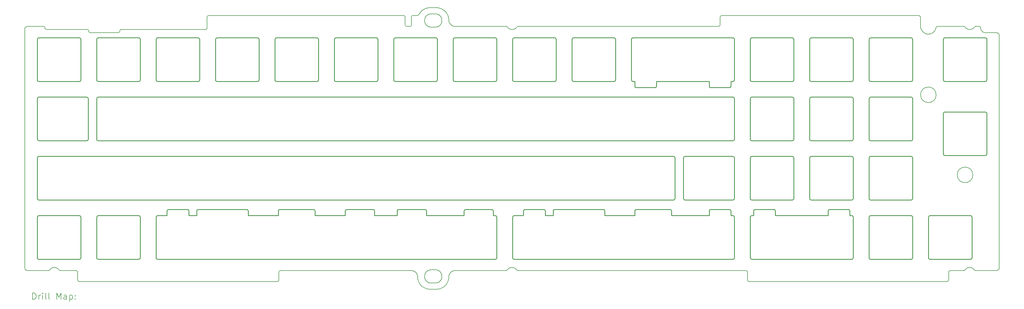
<source format=gbr>
%TF.GenerationSoftware,KiCad,Pcbnew,8.0.4-1.fc39*%
%TF.CreationDate,2024-09-17T18:34:36-04:00*%
%TF.ProjectId,Q9-Chimera-Plate,51392d43-6869-46d6-9572-612d506c6174,rev?*%
%TF.SameCoordinates,Original*%
%TF.FileFunction,Drillmap*%
%TF.FilePolarity,Positive*%
%FSLAX45Y45*%
G04 Gerber Fmt 4.5, Leading zero omitted, Abs format (unit mm)*
G04 Created by KiCad (PCBNEW 8.0.4-1.fc39) date 2024-09-17 18:34:36*
%MOMM*%
%LPD*%
G01*
G04 APERTURE LIST*
%ADD10C,0.250000*%
%ADD11C,0.200000*%
G04 APERTURE END LIST*
D10*
X28501083Y-9244442D02*
X28493844Y-9270369D01*
X28474915Y-9288408D01*
X28451083Y-9294442D01*
X26487386Y-11704444D02*
X26487386Y-11554444D01*
X21436057Y-5989443D02*
X22736057Y-5989443D01*
D11*
X6346683Y-5621944D02*
X5846683Y-5621944D01*
D10*
X17626083Y-13104444D02*
X10006083Y-13104444D01*
D11*
X13946683Y-13471944D02*
X18146683Y-13471944D01*
D10*
X27692384Y-7389443D02*
X27692384Y-7539443D01*
D11*
X18096683Y-5621944D02*
X17996683Y-5621944D01*
D10*
X17626083Y-13104444D02*
X20831083Y-13104444D01*
X15007385Y-11504444D02*
X13924785Y-11504404D01*
X6146057Y-11149444D02*
X6146057Y-9849444D01*
D11*
X13896683Y-13771944D02*
X13896683Y-13521944D01*
X19546683Y-5621942D02*
X19526309Y-5620905D01*
X19506507Y-5617860D01*
X19478099Y-5609755D01*
X19451553Y-5597711D01*
X19427216Y-5582075D01*
X19405433Y-5563192D01*
X19386550Y-5541409D01*
X19370914Y-5517072D01*
X19358870Y-5490526D01*
X19350765Y-5462118D01*
X19347720Y-5442316D01*
X19346683Y-5421942D01*
D10*
X28342384Y-7589443D02*
X28368311Y-7582204D01*
X28386350Y-7563276D01*
X28392384Y-7539443D01*
D11*
X34713991Y-5871825D02*
X34688721Y-5869729D01*
X34664294Y-5865076D01*
X34640820Y-5858010D01*
X34618405Y-5848674D01*
X34597160Y-5837210D01*
X34577193Y-5823761D01*
X34558611Y-5808471D01*
X34541525Y-5791482D01*
X34526042Y-5772936D01*
X34512271Y-5752978D01*
X34500321Y-5731749D01*
X34490300Y-5709393D01*
X34482317Y-5686053D01*
X34476481Y-5661871D01*
X34472899Y-5636990D01*
X34471681Y-5611553D01*
D10*
X9401057Y-5989443D02*
X9426984Y-5996682D01*
X9445022Y-6015610D01*
X9451057Y-6039443D01*
D11*
X18571683Y-5446944D02*
X18572720Y-5467317D01*
X18575765Y-5487119D01*
X18583870Y-5515527D01*
X18595914Y-5542073D01*
X18611550Y-5566411D01*
X18630433Y-5588194D01*
X18652216Y-5607076D01*
X18676553Y-5622713D01*
X18703099Y-5634756D01*
X18731507Y-5642862D01*
X18751309Y-5645906D01*
X18771683Y-5646944D01*
X18921683Y-13446942D02*
X18942056Y-13447980D01*
X18961858Y-13451024D01*
X18990266Y-13459129D01*
X19016812Y-13471173D01*
X19041149Y-13486810D01*
X19062933Y-13505692D01*
X19081815Y-13527475D01*
X19097452Y-13551813D01*
X19109495Y-13578359D01*
X19117601Y-13606767D01*
X19120645Y-13626569D01*
X19121683Y-13646942D01*
D10*
X26004784Y-7389443D02*
X26046501Y-7389443D01*
X26077298Y-7389443D01*
X26115512Y-7389443D01*
X26160525Y-7389443D01*
X26211717Y-7389443D01*
X26268472Y-7389443D01*
X26330171Y-7389443D01*
X26396195Y-7389443D01*
X26465928Y-7389443D01*
X26538751Y-7389443D01*
X26614047Y-7389443D01*
X26691196Y-7389443D01*
X26769581Y-7389443D01*
X26848584Y-7389443D01*
X26927588Y-7389443D01*
X27005973Y-7389443D01*
X27083122Y-7389443D01*
X27158417Y-7389443D01*
X27231240Y-7389443D01*
X27300973Y-7389443D01*
X27366998Y-7389443D01*
X27428697Y-7389443D01*
X27485451Y-7389443D01*
X27536644Y-7389443D01*
X27581656Y-7389443D01*
X27619870Y-7389443D01*
X27650668Y-7389443D01*
X27687543Y-7389443D01*
X27692384Y-7389443D01*
X36597308Y-7339443D02*
X36590069Y-7365370D01*
X36571141Y-7383408D01*
X36547308Y-7389443D01*
X6146083Y-7944444D02*
X6154552Y-7918517D01*
X6174250Y-7901682D01*
X6198604Y-7894702D01*
X6204586Y-7894444D01*
X32866058Y-9294443D02*
X32840131Y-9287205D01*
X32822093Y-9268276D01*
X32816058Y-9244443D01*
D11*
X35857950Y-5621944D02*
X35017398Y-5621945D01*
D10*
X24341074Y-11704404D02*
X25304772Y-11704444D01*
X30961057Y-7389443D02*
X30935131Y-7382204D01*
X30917092Y-7363276D01*
X30911057Y-7339443D01*
X15671057Y-6039443D02*
X15678296Y-6013516D01*
X15697224Y-5995478D01*
X15721057Y-5989443D01*
X16021057Y-11554404D02*
X16021057Y-11704404D01*
X9451057Y-7339443D02*
X9443818Y-7365370D01*
X9424890Y-7383408D01*
X9401057Y-7389443D01*
X15721057Y-5989443D02*
X17021058Y-5989443D01*
X16912385Y-11504404D02*
X16071057Y-11504404D01*
X34166058Y-13104444D02*
X32866058Y-13104444D01*
D11*
X19346683Y-5421942D02*
X19346683Y-5421942D01*
D10*
X32816058Y-6039443D02*
X32823297Y-6013516D01*
X32842225Y-5995478D01*
X32866058Y-5989443D01*
X11356057Y-6039443D02*
X11356057Y-7339443D01*
X15057385Y-11704444D02*
X15057385Y-11554444D01*
X36547308Y-9770693D02*
X35247308Y-9770693D01*
X6196057Y-9799444D02*
X26546057Y-9799444D01*
X36121056Y-13054444D02*
X36113817Y-13080371D01*
X36094889Y-13098409D01*
X36071056Y-13104444D01*
X30961055Y-11199443D02*
X30935129Y-11192204D01*
X30917090Y-11173276D01*
X30911055Y-11149443D01*
D11*
X36189901Y-5651756D02*
X36178313Y-5669932D01*
X36161803Y-5686055D01*
X36141003Y-5699704D01*
X36121697Y-5708560D01*
X36100373Y-5715347D01*
X36077352Y-5719852D01*
X36052958Y-5721858D01*
X36046683Y-5721944D01*
D10*
X7496057Y-5989443D02*
X7521984Y-5996682D01*
X7540022Y-6015610D01*
X7546057Y-6039443D01*
D11*
X28971683Y-13821944D02*
X35321683Y-13821944D01*
D10*
X28451070Y-11704444D02*
X28392372Y-11704444D01*
X30406057Y-7944443D02*
X30406057Y-9244443D01*
X7546083Y-13054444D02*
X7538845Y-13080370D01*
X7519916Y-13098409D01*
X7496083Y-13104444D01*
X22688574Y-11554404D02*
X22688574Y-11704404D01*
X30961057Y-7894443D02*
X32261057Y-7894443D01*
X35247308Y-8370693D02*
X36547308Y-8370693D01*
X17576057Y-7339443D02*
X17576057Y-6039443D01*
X32202358Y-11704404D02*
X32202358Y-11554404D01*
X30406055Y-9849443D02*
X30406055Y-11149443D01*
D11*
X6885415Y-13471944D02*
X7396683Y-13471944D01*
X36896683Y-13471944D02*
X36916836Y-13469912D01*
X36940037Y-13462083D01*
X36960292Y-13449108D01*
X36976816Y-13431775D01*
X36988824Y-13410868D01*
X36995530Y-13387173D01*
X36996683Y-13371944D01*
D10*
X20881083Y-11754444D02*
X20873845Y-11728517D01*
X20854916Y-11710478D01*
X20831083Y-11704444D01*
X8051083Y-11754444D02*
X8058321Y-11728517D01*
X8077250Y-11710478D01*
X8101083Y-11704444D01*
D11*
X21228459Y-5651751D02*
X21215647Y-5634445D01*
X21197372Y-5624081D01*
X21183122Y-5621944D01*
D10*
X16021057Y-11704404D02*
X15057385Y-11704444D01*
X32261057Y-9294443D02*
X30961057Y-9294443D01*
D11*
X35421683Y-13471944D02*
X35857950Y-13471943D01*
D10*
X26862982Y-9849443D02*
X26871452Y-9823516D01*
X26891149Y-9806682D01*
X26915504Y-9799701D01*
X26921485Y-9799443D01*
X28392372Y-11554444D02*
X28385133Y-11528517D01*
X28366205Y-11510478D01*
X28342372Y-11504444D01*
D11*
X36396683Y-5671944D02*
X36396683Y-5671944D01*
D10*
X29006057Y-6039443D02*
X29013296Y-6013516D01*
X29032224Y-5995478D01*
X29056057Y-5989443D01*
X30911057Y-6039443D02*
X30918296Y-6013516D01*
X30937224Y-5995478D01*
X30961057Y-5989443D01*
X9401083Y-13104444D02*
X8101083Y-13104444D01*
X29056057Y-7389443D02*
X29030130Y-7382204D01*
X29012092Y-7363276D01*
X29006057Y-7339443D01*
X20831083Y-13104444D02*
X20857010Y-13097205D01*
X20875049Y-13078277D01*
X20881083Y-13054444D01*
X36071056Y-13104444D02*
X34771056Y-13104444D01*
X28451083Y-9294442D02*
X8101083Y-9294442D01*
X34216057Y-11149443D02*
X34208818Y-11175370D01*
X34189889Y-11193408D01*
X34166057Y-11199443D01*
X34216058Y-7339443D02*
X34208819Y-7365370D01*
X34189891Y-7383408D01*
X34166058Y-7389443D01*
X34166058Y-9294443D02*
X32866058Y-9294443D01*
X28451082Y-7389443D02*
X28477009Y-7382204D01*
X28495048Y-7363276D01*
X28501082Y-7339443D01*
X28501082Y-9849443D02*
X28501082Y-11149443D01*
X8101083Y-9294442D02*
X8075156Y-9287204D01*
X8057117Y-9268275D01*
X8051083Y-9244442D01*
D11*
X8796683Y-5771944D02*
X8796683Y-5771944D01*
D10*
X34721056Y-11754444D02*
X34728295Y-11728517D01*
X34747223Y-11710479D01*
X34771056Y-11704444D01*
X35197308Y-8420693D02*
X35204547Y-8394766D01*
X35223475Y-8376728D01*
X35247308Y-8370693D01*
D11*
X34410445Y-5271944D02*
X28107920Y-5271944D01*
D10*
X16071057Y-11504404D02*
X16045131Y-11511643D01*
X16027092Y-11530571D01*
X16021057Y-11554404D01*
X30911057Y-7944443D02*
X30918296Y-7918516D01*
X30937224Y-7900478D01*
X30961057Y-7894443D01*
X24691058Y-6039443D02*
X24691058Y-7339443D01*
X26004784Y-7539443D02*
X26004784Y-7389443D01*
D11*
X18146683Y-13471944D02*
X18167056Y-13472981D01*
X18186859Y-13476026D01*
X18215266Y-13484131D01*
X18241812Y-13496175D01*
X18266150Y-13511811D01*
X18287933Y-13530694D01*
X18306815Y-13552477D01*
X18322452Y-13576814D01*
X18334495Y-13603360D01*
X18342601Y-13631768D01*
X18345645Y-13651570D01*
X18346683Y-13671943D01*
X17946683Y-5571944D02*
X17946683Y-5321944D01*
X28107920Y-5271944D02*
X28086920Y-5275675D01*
X28069025Y-5285973D01*
X28055581Y-5301489D01*
X28047932Y-5320880D01*
X28046683Y-5333181D01*
D10*
X32261057Y-5989443D02*
X32286984Y-5996682D01*
X32305023Y-6015610D01*
X32311057Y-6039443D01*
X9956057Y-6039443D02*
X9963296Y-6013516D01*
X9982224Y-5995478D01*
X10006057Y-5989443D01*
X6196083Y-13104444D02*
X6170156Y-13097205D01*
X6152118Y-13078277D01*
X6146083Y-13054444D01*
X25196082Y-7339443D02*
X25203321Y-7365370D01*
X25222249Y-7383408D01*
X25246082Y-7389443D01*
D11*
X27985445Y-5621944D02*
X21560415Y-5621944D01*
X19121683Y-13646942D02*
X19121683Y-13671942D01*
D10*
X28451082Y-5989443D02*
X25246082Y-5989443D01*
X27692372Y-11554444D02*
X27692372Y-11704444D01*
X28392384Y-7539443D02*
X28392384Y-7389443D01*
D11*
X19346683Y-5421942D02*
X19346160Y-5401438D01*
X19344607Y-5381195D01*
X19342052Y-5361237D01*
X19334033Y-5322281D01*
X19322308Y-5284775D01*
X19307082Y-5248924D01*
X19288561Y-5214934D01*
X19266948Y-5183009D01*
X19242450Y-5153354D01*
X19215271Y-5126175D01*
X19185616Y-5101677D01*
X19153691Y-5080064D01*
X19119701Y-5061543D01*
X19083850Y-5046317D01*
X19046344Y-5034592D01*
X19007388Y-5026573D01*
X18987430Y-5024018D01*
X18967187Y-5022465D01*
X18946683Y-5021942D01*
D10*
X24291074Y-11504404D02*
X22738574Y-11504404D01*
X30961055Y-9799443D02*
X32261055Y-9799443D01*
X28501083Y-7944442D02*
X28501083Y-9244442D01*
D11*
X21371683Y-13371944D02*
X21396370Y-13373292D01*
X21419766Y-13377192D01*
X21441545Y-13383429D01*
X21461387Y-13391788D01*
X21478966Y-13402054D01*
X21497268Y-13417239D01*
X21510901Y-13434646D01*
X21514906Y-13442136D01*
D10*
X15671057Y-7339443D02*
X15671057Y-6039443D01*
X29814758Y-11554404D02*
X29807519Y-11528477D01*
X29788591Y-11510439D01*
X29764758Y-11504404D01*
X34166057Y-11199443D02*
X32866056Y-11199443D01*
X32866058Y-11704444D02*
X34166058Y-11704444D01*
D11*
X18146683Y-5571944D02*
X18141733Y-5593571D01*
X18128440Y-5610489D01*
X18109140Y-5620362D01*
X18096683Y-5621944D01*
D10*
X9956083Y-13054444D02*
X9956083Y-11754444D01*
X29056055Y-9799443D02*
X30356055Y-9799443D01*
X9451083Y-13054444D02*
X9443844Y-13080370D01*
X9424916Y-13098409D01*
X9401083Y-13104444D01*
X29814758Y-11704404D02*
X29814758Y-11554404D01*
X6196057Y-11199444D02*
X6170131Y-11192205D01*
X6152092Y-11173277D01*
X6146057Y-11149444D01*
X21436057Y-7389443D02*
X21410130Y-7382204D01*
X21392092Y-7363276D01*
X21386057Y-7339443D01*
X7546057Y-6039443D02*
X7546057Y-7339443D01*
X36547308Y-8370693D02*
X36573235Y-8377932D01*
X36591273Y-8396860D01*
X36597308Y-8420693D01*
D11*
X13846683Y-13821944D02*
X13868310Y-13816994D01*
X13885228Y-13803701D01*
X13895101Y-13784401D01*
X13896683Y-13771944D01*
D10*
X18926057Y-5989443D02*
X18951984Y-5996682D01*
X18970022Y-6015610D01*
X18976057Y-6039443D01*
X32311057Y-6039443D02*
X32311057Y-7339443D01*
X8051057Y-7339443D02*
X8051057Y-6039443D01*
X32866056Y-9799443D02*
X34166057Y-9799443D01*
X32261055Y-9799443D02*
X32286982Y-9806682D01*
X32305021Y-9825610D01*
X32311055Y-9849443D01*
X22736057Y-5989443D02*
X22761984Y-5996682D01*
X22780022Y-6015610D01*
X22786057Y-6039443D01*
X24641058Y-5989443D02*
X24666985Y-5996682D01*
X24685023Y-6015610D01*
X24691058Y-6039443D01*
X35247308Y-5989443D02*
X36547308Y-5989443D01*
D11*
X21182950Y-13471944D02*
X21203832Y-13467237D01*
X21220594Y-13454353D01*
X21228459Y-13442137D01*
D10*
X11306057Y-5989443D02*
X11331984Y-5996682D01*
X11350022Y-6015610D01*
X11356057Y-6039443D01*
X28392384Y-7389443D02*
X28451082Y-7389443D01*
X25954784Y-7589443D02*
X25980711Y-7582204D01*
X25998750Y-7563276D01*
X26004784Y-7539443D01*
X32311055Y-9849443D02*
X32311055Y-11149443D01*
X17071058Y-7339443D02*
X17063819Y-7365370D01*
X17044890Y-7383408D01*
X17021058Y-7389443D01*
D11*
X13896683Y-13521944D02*
X13901633Y-13500316D01*
X13914925Y-13483398D01*
X13934225Y-13473525D01*
X13946683Y-13471944D01*
D10*
X15116056Y-5989443D02*
X15141983Y-5996682D01*
X15160022Y-6015610D01*
X15166056Y-6039443D01*
D11*
X11596683Y-5671944D02*
X11596683Y-5671944D01*
D10*
X29006057Y-7944443D02*
X29013296Y-7918516D01*
X29032224Y-7900478D01*
X29056057Y-7894443D01*
X10306085Y-11554404D02*
X10306085Y-11704404D01*
X23291058Y-7339443D02*
X23291058Y-6039443D01*
D11*
X21560415Y-5621944D02*
X21539531Y-5626651D01*
X21522769Y-5639536D01*
X21514903Y-5651754D01*
D10*
X21786083Y-11504444D02*
X22386083Y-11504444D01*
X9401083Y-11704444D02*
X9427010Y-11711682D01*
X9445048Y-11730611D01*
X9451083Y-11754444D01*
X21386057Y-6039443D02*
X21393296Y-6013516D01*
X21412224Y-5995478D01*
X21436057Y-5989443D01*
X35197308Y-9720693D02*
X35197308Y-8420693D01*
D11*
X5746683Y-13371944D02*
X5748714Y-13392097D01*
X5756544Y-13415298D01*
X5769518Y-13435553D01*
X5786851Y-13452077D01*
X5807758Y-13464085D01*
X5831454Y-13470791D01*
X5846683Y-13471944D01*
D10*
X21386083Y-13054444D02*
X21386083Y-11754444D01*
X20831057Y-5989443D02*
X20856984Y-5996682D01*
X20875022Y-6015610D01*
X20881057Y-6039443D01*
X28442578Y-9799443D02*
X28467942Y-9804374D01*
X28489459Y-9819527D01*
X28500780Y-9844331D01*
X28501082Y-9849443D01*
D11*
X28046683Y-5333181D02*
X28046683Y-5560707D01*
X36996683Y-13371944D02*
X36996683Y-5921944D01*
X18771683Y-5221944D02*
X18751309Y-5222981D01*
X18731507Y-5226026D01*
X18703099Y-5234131D01*
X18676553Y-5246175D01*
X18652216Y-5261811D01*
X18630433Y-5280694D01*
X18611550Y-5302477D01*
X18595914Y-5326814D01*
X18583870Y-5353360D01*
X18575765Y-5381768D01*
X18572720Y-5401570D01*
X18571683Y-5421944D01*
D10*
X21436083Y-11704444D02*
X21736083Y-11704444D01*
X34166058Y-7389443D02*
X32866058Y-7389443D01*
X34166058Y-7894443D02*
X34191985Y-7901682D01*
X34210023Y-7920610D01*
X34216058Y-7944443D01*
X30406057Y-9244443D02*
X30398818Y-9270370D01*
X30379890Y-9288408D01*
X30356057Y-9294443D01*
D11*
X6553461Y-13442135D02*
X6565049Y-13423958D01*
X6581559Y-13407834D01*
X6602360Y-13394184D01*
X6621666Y-13385328D01*
X6642991Y-13378540D01*
X6666012Y-13374036D01*
X6690407Y-13372030D01*
X6696683Y-13371944D01*
X6396683Y-5671944D02*
X6391732Y-5650316D01*
X6378440Y-5633398D01*
X6359140Y-5623525D01*
X6346683Y-5621944D01*
D10*
X18626083Y-11554444D02*
X18618845Y-11528517D01*
X18599916Y-11510478D01*
X18576083Y-11504444D01*
X7496083Y-13104444D02*
X6196083Y-13104444D01*
D11*
X6507950Y-13471944D02*
X6528833Y-13467237D01*
X6545595Y-13454352D01*
X6553461Y-13442135D01*
D10*
X6196057Y-7389443D02*
X6170130Y-7382204D01*
X6152092Y-7363276D01*
X6146057Y-7339443D01*
X30911057Y-9244443D02*
X30911057Y-7944443D01*
X7546057Y-7339443D02*
X7538818Y-7365370D01*
X7519890Y-7383408D01*
X7496057Y-7389443D01*
X15057385Y-11554444D02*
X15050146Y-11528517D01*
X15031218Y-11510478D01*
X15007385Y-11504444D01*
D11*
X7446683Y-13521944D02*
X7446683Y-13771944D01*
X11596683Y-5321944D02*
X11596683Y-5671944D01*
D10*
X29056055Y-11199443D02*
X29030129Y-11192204D01*
X29012090Y-11173276D01*
X29006055Y-11149443D01*
X25354772Y-11504444D02*
X25328845Y-11511682D01*
X25310807Y-11530611D01*
X25304772Y-11554444D01*
D11*
X18571683Y-13671942D02*
X18571683Y-13646942D01*
D10*
X22436083Y-11554444D02*
X22436083Y-11704444D01*
X29006055Y-11149443D02*
X29006055Y-9849443D01*
D11*
X21514903Y-5651754D02*
X21503314Y-5669931D01*
X21486804Y-5686054D01*
X21466004Y-5699704D01*
X21446698Y-5708559D01*
X21425374Y-5715347D01*
X21402352Y-5719852D01*
X21377958Y-5721858D01*
X21371683Y-5721944D01*
D10*
X22436083Y-11704444D02*
X22688574Y-11704404D01*
X15166056Y-6039443D02*
X15166056Y-7339443D01*
X32311056Y-11754404D02*
X32303817Y-11728477D01*
X32284889Y-11710439D01*
X32261056Y-11704404D01*
D11*
X36546682Y-5821944D02*
X36523918Y-5820207D01*
X36502204Y-5815171D01*
X36481801Y-5807094D01*
X36462967Y-5796236D01*
X36445962Y-5782856D01*
X36431046Y-5767215D01*
X36418478Y-5749572D01*
X36408519Y-5730186D01*
X36401426Y-5709317D01*
X36397461Y-5687224D01*
X36396683Y-5671944D01*
D10*
X36597308Y-9720693D02*
X36590069Y-9746620D01*
X36571141Y-9764658D01*
X36547308Y-9770693D01*
X6146083Y-11754444D02*
X6153322Y-11728517D01*
X6172250Y-11710478D01*
X6196083Y-11704444D01*
X17734785Y-11504444D02*
X17708859Y-11511682D01*
X17690820Y-11530611D01*
X17684785Y-11554444D01*
D11*
X18771683Y-13871942D02*
X18751309Y-13870905D01*
X18731507Y-13867860D01*
X18703099Y-13859755D01*
X18676553Y-13847711D01*
X18652216Y-13832075D01*
X18630433Y-13813192D01*
X18611550Y-13791409D01*
X18595914Y-13767072D01*
X18583870Y-13740526D01*
X18575765Y-13712118D01*
X18572720Y-13692316D01*
X18571683Y-13671942D01*
D10*
X17576057Y-6039443D02*
X17583296Y-6013516D01*
X17602224Y-5995478D01*
X17626057Y-5989443D01*
X25354784Y-7589443D02*
X25954784Y-7589443D01*
X17021058Y-7389443D02*
X15721057Y-7389443D01*
D11*
X18921683Y-5646944D02*
X18942056Y-5645906D01*
X18961858Y-5642862D01*
X18990266Y-5634756D01*
X19016812Y-5622713D01*
X19041149Y-5607076D01*
X19062933Y-5588194D01*
X19081815Y-5566411D01*
X19097452Y-5542073D01*
X19109495Y-5515527D01*
X19117601Y-5487119D01*
X19120645Y-5467317D01*
X19121683Y-5446944D01*
D10*
X29006057Y-9244443D02*
X29006057Y-7944443D01*
D11*
X28046683Y-5560707D02*
X28042951Y-5581706D01*
X28032654Y-5599601D01*
X28017137Y-5613046D01*
X27997747Y-5620694D01*
X27985445Y-5621944D01*
D10*
X32202358Y-11554404D02*
X32195119Y-11528477D01*
X32176191Y-11510439D01*
X32152358Y-11504404D01*
D11*
X36046683Y-13371944D02*
X36071369Y-13373291D01*
X36094764Y-13377191D01*
X36116543Y-13383428D01*
X36136383Y-13391787D01*
X36153962Y-13402052D01*
X36172263Y-13417235D01*
X36185896Y-13434641D01*
X36189901Y-13442131D01*
D10*
X6196083Y-11704444D02*
X7496083Y-11704444D01*
D11*
X8846683Y-5721944D02*
X8825055Y-5726894D01*
X8808137Y-5740186D01*
X8798264Y-5759486D01*
X8796683Y-5771944D01*
D10*
X23291058Y-6039443D02*
X23298297Y-6013516D01*
X23317225Y-5995478D01*
X23341058Y-5989443D01*
X22738574Y-11504404D02*
X22712647Y-11511643D01*
X22694609Y-11530571D01*
X22688574Y-11554404D01*
X22786057Y-7339443D02*
X22778818Y-7365370D01*
X22759890Y-7383408D01*
X22736057Y-7389443D01*
X28501082Y-11149443D02*
X28492612Y-11175370D01*
X28472914Y-11192204D01*
X28448560Y-11199185D01*
X28442578Y-11199443D01*
X7496083Y-11704444D02*
X7522010Y-11711682D01*
X7540049Y-11730611D01*
X7546083Y-11754444D01*
X36547308Y-7389443D02*
X35247308Y-7389443D01*
D11*
X18342944Y-5271911D02*
X18196672Y-5271944D01*
D10*
X32866056Y-11199443D02*
X32840130Y-11192204D01*
X32822091Y-11173276D01*
X32816056Y-11149443D01*
X12861083Y-11504404D02*
X12887010Y-11511643D01*
X12905048Y-11530571D01*
X12911083Y-11554404D01*
D11*
X36996683Y-5921944D02*
X36994642Y-5901856D01*
X36986783Y-5878689D01*
X36973774Y-5858429D01*
X36956416Y-5841877D01*
X36935511Y-5829834D01*
X36911859Y-5823101D01*
X36896683Y-5821944D01*
D10*
X10956085Y-11504404D02*
X10356085Y-11504404D01*
D11*
X18346683Y-13671943D02*
X18346683Y-13671944D01*
D10*
X34216057Y-9849443D02*
X34216057Y-11149443D01*
X25304784Y-7539443D02*
X25312023Y-7565370D01*
X25330951Y-7583408D01*
X25354784Y-7589443D01*
X6146083Y-13054444D02*
X6146083Y-11754444D01*
X24641058Y-7389443D02*
X23341058Y-7389443D01*
X18926057Y-7389443D02*
X17626057Y-7389443D01*
X12911083Y-11704443D02*
X13816083Y-11704404D01*
X17626057Y-5989443D02*
X18926057Y-5989443D01*
D11*
X18746682Y-5021942D02*
X18717575Y-5022998D01*
X18689016Y-5026117D01*
X18661080Y-5031225D01*
X18633841Y-5038248D01*
X18607372Y-5047112D01*
X18581748Y-5057744D01*
X18557043Y-5070068D01*
X18533329Y-5084012D01*
X18510682Y-5099501D01*
X18489176Y-5116462D01*
X18468883Y-5134821D01*
X18449878Y-5154503D01*
X18432236Y-5175435D01*
X18416030Y-5197542D01*
X18401333Y-5220752D01*
X18388221Y-5244990D01*
X18196672Y-5271944D02*
X18175049Y-5276897D01*
X18158135Y-5290191D01*
X18148263Y-5309488D01*
X18146683Y-5321944D01*
X35371683Y-13771944D02*
X35371683Y-13521944D01*
D10*
X10006057Y-5989443D02*
X11306057Y-5989443D01*
X30911055Y-9849443D02*
X30918294Y-9823516D01*
X30937222Y-9805478D01*
X30961055Y-9799443D01*
X29006055Y-9849443D02*
X29013294Y-9823516D01*
X29032222Y-9805478D01*
X29056055Y-9799443D01*
D11*
X18771683Y-13446942D02*
X18921683Y-13446942D01*
D10*
X32261057Y-7389443D02*
X30961057Y-7389443D01*
X26921485Y-11199443D02*
X26896122Y-11194513D01*
X26874604Y-11179359D01*
X26863284Y-11154555D01*
X26862982Y-11149443D01*
D11*
X11596683Y-5671944D02*
X11591732Y-5693571D01*
X11578440Y-5710489D01*
X11559140Y-5720362D01*
X11546683Y-5721944D01*
X8746683Y-5821944D02*
X7846682Y-5821944D01*
X28871683Y-13471944D02*
X28893310Y-13476894D01*
X28910228Y-13490186D01*
X28920101Y-13509486D01*
X28921683Y-13521944D01*
D10*
X27692384Y-7539443D02*
X27699623Y-7565370D01*
X27718551Y-7583408D01*
X27742384Y-7589443D01*
X34216058Y-7944443D02*
X34216058Y-9244443D01*
D11*
X36346683Y-5621944D02*
X36235415Y-5621944D01*
D10*
X29006057Y-7339443D02*
X29006057Y-6039443D01*
X19831077Y-11704404D02*
X18626083Y-11704444D01*
X10356085Y-11504404D02*
X10330158Y-11511643D01*
X10312120Y-11530571D01*
X10306085Y-11554404D01*
X25246082Y-5989443D02*
X25220155Y-5996682D01*
X25202117Y-6015610D01*
X25196082Y-6039443D01*
X12019785Y-11504444D02*
X12861083Y-11504404D01*
X12019785Y-11504444D02*
X11308584Y-11504404D01*
X11861057Y-6039443D02*
X11868296Y-6013516D01*
X11887224Y-5995478D01*
X11911057Y-5989443D01*
X17021058Y-5989443D02*
X17046984Y-5996682D01*
X17065023Y-6015610D01*
X17071058Y-6039443D01*
X24691058Y-7339443D02*
X24683819Y-7365370D01*
X24664891Y-7383408D01*
X24641058Y-7389443D01*
X32311057Y-7339443D02*
X32303819Y-7365370D01*
X32284890Y-7383408D01*
X32261057Y-7389443D01*
X29164758Y-11504404D02*
X29138831Y-11511643D01*
X29120793Y-11530571D01*
X29114758Y-11554404D01*
D11*
X19346683Y-13671944D02*
X19347720Y-13651570D01*
X19350765Y-13631768D01*
X19358870Y-13603360D01*
X19370914Y-13576814D01*
X19386550Y-13552477D01*
X19405433Y-13530694D01*
X19427216Y-13511811D01*
X19451553Y-13496175D01*
X19478099Y-13484131D01*
X19506507Y-13476026D01*
X19526309Y-13472981D01*
X19546683Y-13471944D01*
D10*
X32311057Y-7944443D02*
X32311057Y-9244443D01*
X17684786Y-11704444D02*
X17626083Y-11704444D01*
X20881057Y-7339443D02*
X20873818Y-7365370D01*
X20854890Y-7383408D01*
X20831057Y-7389443D01*
X6146057Y-9849444D02*
X6153296Y-9823517D01*
X6172224Y-9805478D01*
X6196057Y-9799444D01*
D11*
X17946683Y-5321944D02*
X17941733Y-5300316D01*
X17928440Y-5283398D01*
X17909140Y-5273525D01*
X17896683Y-5271944D01*
D10*
X35197308Y-7339443D02*
X35197308Y-6039443D01*
X29006056Y-11754404D02*
X29006056Y-13054404D01*
D11*
X34971683Y-7821944D02*
G75*
G02*
X34471683Y-7821944I-250000J0D01*
G01*
X34471683Y-7821944D02*
G75*
G02*
X34971683Y-7821944I250000J0D01*
G01*
D10*
X8051057Y-6039443D02*
X8058295Y-6013516D01*
X8077224Y-5995478D01*
X8101057Y-5989443D01*
X15721057Y-7389443D02*
X15695131Y-7382204D01*
X15677092Y-7363276D01*
X15671057Y-7339443D01*
X15166056Y-7339443D02*
X15158818Y-7365370D01*
X15139889Y-7383408D01*
X15116056Y-7389443D01*
X34166057Y-9799443D02*
X34191983Y-9806682D01*
X34210022Y-9825610D01*
X34216057Y-9849443D01*
X22386083Y-11504444D02*
X22412010Y-11511682D01*
X22430048Y-11530611D01*
X22436083Y-11554444D01*
X30406057Y-6039443D02*
X30406057Y-7339443D01*
D11*
X8796683Y-5771944D02*
X8791733Y-5793571D01*
X8778440Y-5810489D01*
X8759140Y-5820362D01*
X8746683Y-5821944D01*
D10*
X10006057Y-7389443D02*
X9980130Y-7382204D01*
X9962092Y-7363276D01*
X9956057Y-7339443D01*
X30911055Y-11149443D02*
X30911055Y-9849443D01*
X32261055Y-11199443D02*
X30961055Y-11199443D01*
X32261057Y-7894443D02*
X32286984Y-7901682D01*
X32305022Y-7920610D01*
X32311057Y-7944443D01*
X10006083Y-13104444D02*
X9980156Y-13097205D01*
X9962118Y-13078277D01*
X9956083Y-13054444D01*
D11*
X7846682Y-5821944D02*
X7825055Y-5816994D01*
X7808137Y-5803701D01*
X7798264Y-5784401D01*
X7796683Y-5771944D01*
D10*
X23341058Y-5989443D02*
X24641058Y-5989443D01*
X13924785Y-11504404D02*
X13898858Y-11511643D01*
X13880820Y-11530571D01*
X13874785Y-11554404D01*
X13766056Y-7339443D02*
X13766056Y-6039443D01*
X32261056Y-13104404D02*
X32286983Y-13097166D01*
X32305021Y-13078237D01*
X32311056Y-13054404D01*
X34166058Y-5989443D02*
X34191985Y-5996682D01*
X34210023Y-6015610D01*
X34216058Y-6039443D01*
X27692372Y-11704444D02*
X26487386Y-11704444D01*
X24341074Y-11554404D02*
X24333835Y-11528477D01*
X24314906Y-11510439D01*
X24291074Y-11504404D01*
X6146083Y-9244444D02*
X6146083Y-7944444D01*
X30911057Y-7339443D02*
X30911057Y-6039443D01*
D11*
X18921683Y-13871942D02*
X18771683Y-13871942D01*
D10*
X35197308Y-6039443D02*
X35204547Y-6013516D01*
X35223475Y-5995478D01*
X35247308Y-5989443D01*
X20881083Y-13054444D02*
X20881083Y-11754444D01*
X28342372Y-11504444D02*
X27742372Y-11504444D01*
X32816058Y-9244443D02*
X32816058Y-7944443D01*
X11006085Y-11704404D02*
X11258584Y-11704404D01*
D11*
X19546683Y-13471944D02*
X21182950Y-13471944D01*
D10*
X25246082Y-7389443D02*
X25304785Y-7389443D01*
X20722385Y-11504444D02*
X19881077Y-11504404D01*
X32261056Y-11704404D02*
X32202358Y-11704404D01*
X7784183Y-7944444D02*
X7784183Y-9244444D01*
X28451070Y-13104444D02*
X28476997Y-13097205D01*
X28495035Y-13078277D01*
X28501070Y-13054444D01*
X32816058Y-7944443D02*
X32823297Y-7918516D01*
X32842225Y-7900478D01*
X32866058Y-7894443D01*
X36071056Y-11704444D02*
X36096983Y-11711683D01*
X36115021Y-11730611D01*
X36121056Y-11754444D01*
X19531057Y-7389443D02*
X19505130Y-7382204D01*
X19487092Y-7363276D01*
X19481057Y-7339443D01*
D11*
X17996683Y-5621944D02*
X17975055Y-5616994D01*
X17958137Y-5603701D01*
X17948264Y-5584401D01*
X17946683Y-5571944D01*
D10*
X32311055Y-11149443D02*
X32303817Y-11175370D01*
X32284888Y-11193408D01*
X32261055Y-11199443D01*
X6204586Y-7894444D02*
X7725679Y-7894444D01*
D11*
X36896683Y-5821944D02*
X36546682Y-5821944D01*
D10*
X20772385Y-11704444D02*
X20772385Y-11554444D01*
D11*
X36189901Y-13442131D02*
X36202769Y-13459439D01*
X36221136Y-13469805D01*
X36235415Y-13471943D01*
D10*
X32866058Y-7894443D02*
X34166058Y-7894443D01*
X11356057Y-7339443D02*
X11348818Y-7365370D01*
X11329890Y-7383408D01*
X11306057Y-7389443D01*
X17071058Y-6039443D02*
X17071058Y-7339443D01*
D11*
X19346683Y-13671944D02*
X19346683Y-13671944D01*
D10*
X7546083Y-11754444D02*
X7546083Y-13054444D01*
X11006085Y-11554404D02*
X10998846Y-11528477D01*
X10979918Y-11510439D01*
X10956085Y-11504404D01*
X28501082Y-6039443D02*
X28493844Y-6013516D01*
X28474915Y-5995478D01*
X28451082Y-5989443D01*
X11861057Y-7339443D02*
X11861057Y-6039443D01*
D11*
X18746682Y-14071944D02*
X18946683Y-14071944D01*
D10*
X18576083Y-11504444D02*
X17734785Y-11504444D01*
X26862982Y-11149443D02*
X26862982Y-9849443D01*
X36597308Y-8420693D02*
X36597308Y-9720693D01*
X15116056Y-7389443D02*
X13816056Y-7389443D01*
X31502358Y-11554404D02*
X31502358Y-11704404D01*
X30356057Y-7894443D02*
X30381984Y-7901682D01*
X30400022Y-7920610D01*
X30406057Y-7944443D01*
X26596057Y-11149444D02*
X26588819Y-11175371D01*
X26569890Y-11193409D01*
X26546057Y-11199444D01*
X21436083Y-13104444D02*
X21410156Y-13097205D01*
X21392118Y-13078277D01*
X21386083Y-13054444D01*
X25304772Y-11554444D02*
X25304772Y-11583365D01*
X25304772Y-11608597D01*
X25304772Y-11636466D01*
X25304772Y-11663455D01*
X25304772Y-11690601D01*
X25304772Y-11704444D01*
X27742384Y-7589443D02*
X28342384Y-7589443D01*
X19881077Y-11504404D02*
X19855150Y-11511643D01*
X19837112Y-11530571D01*
X19831077Y-11554404D01*
D11*
X11646683Y-5271944D02*
X11625055Y-5276894D01*
X11608137Y-5290186D01*
X11598264Y-5309486D01*
X11596683Y-5321944D01*
D10*
X28451083Y-7894442D02*
X28477009Y-7901681D01*
X28495048Y-7920609D01*
X28501083Y-7944442D01*
X31502358Y-11704404D02*
X29814758Y-11704404D01*
X28392372Y-11704444D02*
X28392372Y-11554444D01*
D11*
X21183122Y-5621944D02*
X21156390Y-5621944D01*
X21123466Y-5621944D01*
X21084812Y-5621944D01*
X21040891Y-5621944D01*
X20992163Y-5621944D01*
X20939090Y-5621944D01*
X20882134Y-5621944D01*
X20821756Y-5621944D01*
X20758419Y-5621944D01*
X20692585Y-5621944D01*
X20624713Y-5621944D01*
X20555267Y-5621944D01*
X20484709Y-5621943D01*
X20413499Y-5621943D01*
X20342099Y-5621943D01*
X20270972Y-5621943D01*
X20200578Y-5621943D01*
X20131380Y-5621943D01*
X20063839Y-5621943D01*
X19998417Y-5621943D01*
X19935576Y-5621943D01*
X19875777Y-5621943D01*
X19819482Y-5621943D01*
X19767152Y-5621943D01*
X19719250Y-5621943D01*
X19676237Y-5621943D01*
X19638575Y-5621943D01*
X19606725Y-5621943D01*
X19581149Y-5621943D01*
X19550666Y-5621942D01*
X19546683Y-5621942D01*
D10*
X13766056Y-6039443D02*
X13773295Y-6013516D01*
X13792223Y-5995478D01*
X13816056Y-5989443D01*
X26546057Y-11199444D02*
X6196057Y-11199444D01*
X10006083Y-11704444D02*
X10306085Y-11704404D01*
X24341074Y-11704404D02*
X24341074Y-11554404D01*
D11*
X18946683Y-14071944D02*
X18967187Y-14071421D01*
X18987430Y-14069868D01*
X19007388Y-14067313D01*
X19046344Y-14059294D01*
X19083850Y-14047569D01*
X19119701Y-14032343D01*
X19153692Y-14013822D01*
X19185617Y-13992209D01*
X19215271Y-13967711D01*
X19242450Y-13940532D01*
X19266948Y-13910878D01*
X19288561Y-13878953D01*
X19307082Y-13844962D01*
X19322308Y-13809111D01*
X19334033Y-13771605D01*
X19342052Y-13732649D01*
X19344607Y-13712691D01*
X19346160Y-13692448D01*
X19346683Y-13671944D01*
D10*
X29056057Y-9294443D02*
X29030130Y-9287205D01*
X29012092Y-9268276D01*
X29006057Y-9244443D01*
X29056056Y-11704404D02*
X29030129Y-11711643D01*
X29012091Y-11730571D01*
X29006056Y-11754404D01*
X30961057Y-5989443D02*
X32261057Y-5989443D01*
X16962385Y-11554404D02*
X16955147Y-11528477D01*
X16936218Y-11510439D01*
X16912385Y-11504404D01*
X6204586Y-9294444D02*
X6179222Y-9289513D01*
X6157705Y-9274360D01*
X6146385Y-9249556D01*
X6146083Y-9244444D01*
D11*
X28921683Y-13521944D02*
X28921683Y-13771944D01*
D10*
X22736057Y-7389443D02*
X21436057Y-7389443D01*
X34166058Y-11704444D02*
X34191985Y-11711683D01*
X34210023Y-11730611D01*
X34216058Y-11754444D01*
X29056057Y-5989443D02*
X30356057Y-5989443D01*
X29056057Y-7894443D02*
X30356057Y-7894443D01*
D11*
X6396683Y-5671944D02*
X6396683Y-5671944D01*
D10*
X36121056Y-11754444D02*
X36121056Y-13054444D01*
X11308584Y-11504404D02*
X11282657Y-11511643D01*
X11264619Y-11530571D01*
X11258584Y-11554404D01*
X20831057Y-7389443D02*
X19531057Y-7389443D01*
D11*
X36235415Y-5621944D02*
X36214531Y-5626652D01*
X36197767Y-5639538D01*
X36189901Y-5651756D01*
X19121683Y-13671942D02*
X19120645Y-13692316D01*
X19117601Y-13712118D01*
X19109495Y-13740526D01*
X19097452Y-13767072D01*
X19081815Y-13791409D01*
X19062933Y-13813192D01*
X19041149Y-13832075D01*
X19016812Y-13847711D01*
X18990266Y-13859755D01*
X18961858Y-13867860D01*
X18942056Y-13870905D01*
X18921683Y-13871942D01*
D10*
X32152358Y-11504404D02*
X31552358Y-11504404D01*
D11*
X35903465Y-13442131D02*
X35915054Y-13423954D01*
X35931563Y-13407831D01*
X35952363Y-13394183D01*
X35971669Y-13385327D01*
X35992993Y-13378540D01*
X36016014Y-13374036D01*
X36040407Y-13372030D01*
X36046683Y-13371944D01*
D10*
X7725679Y-7894444D02*
X7751043Y-7899374D01*
X7772560Y-7914528D01*
X7783880Y-7939331D01*
X7784183Y-7944444D01*
D11*
X36046683Y-5721944D02*
X36021996Y-5720596D01*
X35998601Y-5716696D01*
X35976822Y-5710459D01*
X35956981Y-5702100D01*
X35939402Y-5691835D01*
X35921101Y-5676651D01*
X35907468Y-5659245D01*
X35903463Y-5651755D01*
D10*
X25246070Y-13104444D02*
X23341084Y-13104444D01*
X7496057Y-7389443D02*
X6196057Y-7389443D01*
D11*
X34471683Y-5361227D02*
X34470433Y-5339631D01*
X34465620Y-5317050D01*
X34455725Y-5296216D01*
X34439573Y-5280193D01*
X34419739Y-5272673D01*
X34410445Y-5271944D01*
D10*
X20772385Y-11554444D02*
X20765147Y-11528517D01*
X20746218Y-11510478D01*
X20722385Y-11504444D01*
X21386057Y-7339443D02*
X21386057Y-6039443D01*
D11*
X21228459Y-13442137D02*
X21240048Y-13423959D01*
X21256558Y-13407835D01*
X21277359Y-13394185D01*
X21296665Y-13385329D01*
X21317990Y-13378541D01*
X21341012Y-13374036D01*
X21365407Y-13372030D01*
X21371683Y-13371944D01*
X7446683Y-13771944D02*
X7451633Y-13793571D01*
X7464925Y-13810489D01*
X7484225Y-13820362D01*
X7496683Y-13821944D01*
D10*
X17684785Y-11554444D02*
X17684786Y-11704444D01*
X34216058Y-6039443D02*
X34216058Y-7339443D01*
X11258584Y-11554404D02*
X11258584Y-11704404D01*
X21736083Y-11704444D02*
X21736083Y-11554444D01*
X34771056Y-13104444D02*
X34745129Y-13097205D01*
X34727091Y-13078277D01*
X34721056Y-13054444D01*
D11*
X7746683Y-5721944D02*
X6446682Y-5721944D01*
D10*
X30356057Y-7389443D02*
X29056057Y-7389443D01*
X30406057Y-7339443D02*
X30398818Y-7365370D01*
X30379890Y-7383408D01*
X30356057Y-7389443D01*
X11006085Y-11704404D02*
X11006085Y-11554404D01*
X34216058Y-11754444D02*
X34216058Y-13054444D01*
X30356057Y-5989443D02*
X30381984Y-5996682D01*
X30400022Y-6015610D01*
X30406057Y-6039443D01*
X8051083Y-9244442D02*
X8051083Y-7944442D01*
X32816056Y-9849443D02*
X32823295Y-9823516D01*
X32842223Y-9805478D01*
X32866056Y-9799443D01*
D11*
X36396683Y-5671944D02*
X36391733Y-5650316D01*
X36378440Y-5633398D01*
X36359140Y-5623525D01*
X36346683Y-5621944D01*
D10*
X26437386Y-11504444D02*
X25354772Y-11504444D01*
X29056056Y-13104404D02*
X32261056Y-13104404D01*
X6146057Y-7339443D02*
X6146057Y-6039443D01*
X29114758Y-11704404D02*
X29056056Y-11704404D01*
X23341084Y-13104444D02*
X21436083Y-13104444D01*
X13816056Y-7389443D02*
X13790130Y-7382204D01*
X13772091Y-7363276D01*
X13766056Y-7339443D01*
X8051083Y-13054444D02*
X8051083Y-11754444D01*
X9451057Y-6039443D02*
X9451057Y-7339443D01*
X23341058Y-7389443D02*
X23315131Y-7382204D01*
X23297093Y-7363276D01*
X23291058Y-7339443D01*
X13874785Y-11704404D02*
X13816083Y-11704404D01*
D11*
X18946683Y-5021942D02*
X18746682Y-5021942D01*
X19121683Y-5421944D02*
X19120645Y-5401570D01*
X19117601Y-5381768D01*
X19109495Y-5353360D01*
X19097452Y-5326814D01*
X19081815Y-5302477D01*
X19062933Y-5280694D01*
X19041149Y-5261811D01*
X19016812Y-5246175D01*
X18990266Y-5234131D01*
X18961858Y-5226026D01*
X18942056Y-5222981D01*
X18921683Y-5221944D01*
D10*
X27742372Y-11504444D02*
X27716445Y-11511682D01*
X27698407Y-11530611D01*
X27692372Y-11554444D01*
D11*
X35321683Y-13821944D02*
X35343310Y-13816994D01*
X35360228Y-13803701D01*
X35370101Y-13784401D01*
X35371683Y-13771944D01*
D10*
X30356055Y-11199443D02*
X29056055Y-11199443D01*
X25246070Y-13104444D02*
X28451070Y-13104444D01*
D11*
X34967956Y-5665162D02*
X34963053Y-5687285D01*
X34956243Y-5708625D01*
X34947621Y-5729087D01*
X34937282Y-5748575D01*
X34925322Y-5766994D01*
X34911836Y-5784249D01*
X34896919Y-5800245D01*
X34880666Y-5814886D01*
X34863173Y-5828078D01*
X34844535Y-5839725D01*
X34824847Y-5849731D01*
X34804204Y-5858002D01*
X34782702Y-5864442D01*
X34760435Y-5868956D01*
X34737500Y-5871449D01*
X34713991Y-5871825D01*
D10*
X30406055Y-11149443D02*
X30398817Y-11175370D01*
X30379888Y-11193408D01*
X30356055Y-11199443D01*
X32816058Y-7339443D02*
X32816058Y-6039443D01*
D11*
X18771683Y-5646944D02*
X18921683Y-5646944D01*
D10*
X26921485Y-9799443D02*
X28442578Y-9799443D01*
D11*
X18571683Y-13646942D02*
X18572720Y-13626569D01*
X18575765Y-13606767D01*
X18583870Y-13578359D01*
X18595914Y-13551813D01*
X18611550Y-13527475D01*
X18630433Y-13505692D01*
X18652216Y-13486810D01*
X18676553Y-13471173D01*
X18703099Y-13459129D01*
X18731507Y-13451024D01*
X18751309Y-13447980D01*
X18771683Y-13446942D01*
X35371683Y-13521944D02*
X35376633Y-13500316D01*
X35389925Y-13483398D01*
X35409225Y-13473525D01*
X35421683Y-13471944D01*
D10*
X13211057Y-5989443D02*
X13236984Y-5996682D01*
X13255022Y-6015610D01*
X13261057Y-6039443D01*
X25196082Y-6039443D02*
X25196082Y-7339443D01*
X13261057Y-7339443D02*
X13253818Y-7365370D01*
X13234890Y-7383408D01*
X13211057Y-7389443D01*
X12911083Y-11554404D02*
X12911083Y-11704443D01*
X13816056Y-5989443D02*
X15116056Y-5989443D01*
X9401057Y-7389443D02*
X8101057Y-7389443D01*
X7784183Y-9244444D02*
X7775713Y-9270371D01*
X7756015Y-9287205D01*
X7731661Y-9294186D01*
X7725679Y-9294444D01*
D11*
X35903463Y-5651755D02*
X35890595Y-5634448D01*
X35872229Y-5624082D01*
X35857950Y-5621944D01*
X21560415Y-13471944D02*
X28871683Y-13471944D01*
X28921683Y-13771944D02*
X28926633Y-13793571D01*
X28939925Y-13810489D01*
X28959225Y-13820362D01*
X28971683Y-13821944D01*
D10*
X32311056Y-13054404D02*
X32311056Y-11754404D01*
X28501070Y-13054444D02*
X28501070Y-11754444D01*
X7725679Y-9294444D02*
X6204586Y-9294444D01*
D11*
X6839905Y-13442136D02*
X6852772Y-13459441D01*
X6871137Y-13469806D01*
X6885415Y-13471944D01*
D10*
X18976057Y-6039443D02*
X18976057Y-7339443D01*
X6146057Y-6039443D02*
X6153296Y-6013516D01*
X6172224Y-5995478D01*
X6196057Y-5989443D01*
X9451083Y-11754444D02*
X9451083Y-13054444D01*
X18976057Y-7339443D02*
X18968818Y-7365370D01*
X18949890Y-7383408D01*
X18926057Y-7389443D01*
X8101083Y-7894442D02*
X28451083Y-7894442D01*
X32816056Y-11149443D02*
X32816056Y-9849443D01*
X8051083Y-7944442D02*
X8058321Y-7918515D01*
X8077250Y-7900477D01*
X8101083Y-7894442D01*
X6196057Y-5989443D02*
X7496057Y-5989443D01*
X32866058Y-5989443D02*
X34166058Y-5989443D01*
X35247308Y-7389443D02*
X35221381Y-7382204D01*
X35203343Y-7363276D01*
X35197308Y-7339443D01*
X19481057Y-6039443D02*
X19488296Y-6013516D01*
X19507224Y-5995478D01*
X19531057Y-5989443D01*
X34721056Y-13054444D02*
X34721056Y-11754444D01*
D11*
X7796683Y-5771944D02*
X7796683Y-5771944D01*
D10*
X21736083Y-11554444D02*
X21743322Y-11528517D01*
X21762250Y-11510478D01*
X21786083Y-11504444D01*
D11*
X6696683Y-13371944D02*
X6721370Y-13373292D01*
X6744765Y-13377192D01*
X6766545Y-13383429D01*
X6786386Y-13391788D01*
X6803966Y-13402054D01*
X6822268Y-13417238D01*
X6835900Y-13434645D01*
X6839905Y-13442136D01*
X36235415Y-13471943D02*
X36896683Y-13471944D01*
D10*
X21386083Y-11754444D02*
X21393322Y-11728517D01*
X21412250Y-11710478D01*
X21436083Y-11704444D01*
X13211057Y-7389443D02*
X11911057Y-7389443D01*
X36547308Y-5989443D02*
X36573235Y-5996682D01*
X36591273Y-6015610D01*
X36597308Y-6039443D01*
X29764758Y-11504404D02*
X29164758Y-11504404D01*
X13261057Y-6039443D02*
X13261057Y-7339443D01*
X17626083Y-11704444D02*
X16962385Y-11704404D01*
X36597308Y-6039443D02*
X36597308Y-7339443D01*
D11*
X21514906Y-13442136D02*
X21527773Y-13459442D01*
X21546138Y-13469806D01*
X21560415Y-13471944D01*
D10*
X28501070Y-11754444D02*
X28493831Y-11728517D01*
X28474903Y-11710478D01*
X28451070Y-11704444D01*
X19831077Y-11554404D02*
X19831077Y-11704404D01*
D11*
X6446682Y-5721944D02*
X6425055Y-5716994D01*
X6408137Y-5703701D01*
X6398264Y-5684401D01*
X6396683Y-5671944D01*
X18388221Y-5244990D02*
X18375179Y-5260937D01*
X18356803Y-5270080D01*
X18342944Y-5271911D01*
D10*
X18626083Y-11704444D02*
X18626083Y-11554444D01*
X29006056Y-13054404D02*
X29013295Y-13080331D01*
X29032223Y-13098370D01*
X29056056Y-13104404D01*
D11*
X35857950Y-13471943D02*
X35878835Y-13467236D01*
X35895599Y-13454349D01*
X35903465Y-13442131D01*
D10*
X32866058Y-13104444D02*
X32840131Y-13097205D01*
X32822093Y-13078277D01*
X32816058Y-13054444D01*
X30356057Y-9294443D02*
X29056057Y-9294443D01*
X30961057Y-9294443D02*
X30935130Y-9287205D01*
X30917092Y-9268276D01*
X30911057Y-9244443D01*
X35247308Y-9770693D02*
X35221381Y-9763455D01*
X35203343Y-9744526D01*
X35197308Y-9720693D01*
D11*
X7396683Y-13471944D02*
X7418310Y-13476894D01*
X7435228Y-13490186D01*
X7445101Y-13509486D01*
X7446683Y-13521944D01*
D10*
X26487386Y-11554444D02*
X26480147Y-11528517D01*
X26461219Y-11510478D01*
X26437386Y-11504444D01*
X32816058Y-11754444D02*
X32823297Y-11728517D01*
X32842225Y-11710479D01*
X32866058Y-11704444D01*
X8101083Y-11704444D02*
X9401083Y-11704444D01*
X17626057Y-7389443D02*
X17600130Y-7382204D01*
X17582092Y-7363276D01*
X17576057Y-7339443D01*
X34771056Y-11704444D02*
X36071056Y-11704444D01*
D11*
X7796683Y-5771944D02*
X7791732Y-5750316D01*
X7778440Y-5733398D01*
X7759140Y-5723525D01*
X7746683Y-5721944D01*
X21371683Y-5721944D02*
X21346995Y-5720596D01*
X21323599Y-5716695D01*
X21301819Y-5710458D01*
X21281978Y-5702099D01*
X21264399Y-5691833D01*
X21246097Y-5676648D01*
X21232464Y-5659241D01*
X21228459Y-5651751D01*
D10*
X30356055Y-9799443D02*
X30381982Y-9806682D01*
X30400021Y-9825610D01*
X30406055Y-9849443D01*
X9956057Y-7339443D02*
X9956057Y-6039443D01*
X19481057Y-7339443D02*
X19481057Y-6039443D01*
X31552358Y-11504404D02*
X31526431Y-11511643D01*
X31508393Y-11530571D01*
X31502358Y-11554404D01*
D11*
X36147308Y-10395644D02*
G75*
G02*
X35647308Y-10395644I-250000J0D01*
G01*
X35647308Y-10395644D02*
G75*
G02*
X36147308Y-10395644I250000J0D01*
G01*
D10*
X29114758Y-11554404D02*
X29114758Y-11583326D01*
X29114758Y-11608558D01*
X29114758Y-11636426D01*
X29114758Y-11663416D01*
X29114758Y-11690561D01*
X29114758Y-11704404D01*
X34216058Y-9244443D02*
X34208819Y-9270370D01*
X34189891Y-9288408D01*
X34166058Y-9294443D01*
X28442578Y-11199443D02*
X26921485Y-11199443D01*
D11*
X34471681Y-5611553D02*
X34471681Y-5590573D01*
X34471681Y-5569142D01*
X34471682Y-5547510D01*
X34471682Y-5525926D01*
X34471682Y-5504639D01*
X34471682Y-5483897D01*
X34471682Y-5454351D01*
X34471682Y-5427432D01*
X34471682Y-5403981D01*
X34471683Y-5379557D01*
X34471683Y-5361227D01*
X18146683Y-5321944D02*
X18146683Y-5571944D01*
X7496683Y-13821944D02*
X13846683Y-13821944D01*
D10*
X11911057Y-7389443D02*
X11885130Y-7382204D01*
X11867092Y-7363276D01*
X11861057Y-7339443D01*
X8101057Y-7389443D02*
X8075130Y-7382204D01*
X8057091Y-7363276D01*
X8051057Y-7339443D01*
X26546057Y-9799444D02*
X26571984Y-9806682D01*
X26590023Y-9825611D01*
X26596057Y-9849444D01*
X28501082Y-7339443D02*
X28501082Y-6039443D01*
X20831083Y-11704444D02*
X20772385Y-11704444D01*
X11306057Y-7389443D02*
X10006057Y-7389443D01*
D11*
X35017398Y-5621945D02*
X34997707Y-5626080D01*
X34980304Y-5638985D01*
X34969572Y-5658409D01*
X34967956Y-5665162D01*
D10*
X11911057Y-5989443D02*
X13211057Y-5989443D01*
X13874785Y-11554404D02*
X13874785Y-11583326D01*
X13874785Y-11608558D01*
X13874785Y-11636426D01*
X13874785Y-11663416D01*
X13874785Y-11690561D01*
X13874785Y-11704404D01*
D11*
X18571683Y-5421944D02*
X18571683Y-5446944D01*
X19121683Y-5446944D02*
X19121683Y-5421944D01*
D10*
X8101083Y-13104444D02*
X8075156Y-13097205D01*
X8057118Y-13078277D01*
X8051083Y-13054444D01*
D11*
X18921683Y-5221944D02*
X18771683Y-5221944D01*
D10*
X32866058Y-7389443D02*
X32840131Y-7382204D01*
X32822093Y-7363276D01*
X32816058Y-7339443D01*
X26596057Y-9849444D02*
X26596057Y-11149444D01*
X25304785Y-7389443D02*
X25304784Y-7418365D01*
X25304784Y-7443597D01*
X25304784Y-7471465D01*
X25304784Y-7498455D01*
X25304784Y-7525600D01*
X25304784Y-7539443D01*
D11*
X11546683Y-5721944D02*
X8846683Y-5721944D01*
X5846683Y-5621944D02*
X5826529Y-5623975D01*
X5803328Y-5631805D01*
X5783073Y-5644779D01*
X5766549Y-5662112D01*
X5754541Y-5683019D01*
X5747835Y-5706715D01*
X5746683Y-5721944D01*
D10*
X32311057Y-9244443D02*
X32303818Y-9270370D01*
X32284890Y-9288408D01*
X32261057Y-9294443D01*
X9956083Y-11754444D02*
X9963322Y-11728517D01*
X9982250Y-11710478D01*
X10006083Y-11704444D01*
X8101057Y-5989443D02*
X9401057Y-5989443D01*
D11*
X18346683Y-13671944D02*
X18347206Y-13692448D01*
X18348758Y-13712691D01*
X18351313Y-13732649D01*
X18359332Y-13771605D01*
X18371057Y-13809111D01*
X18386283Y-13844962D01*
X18404805Y-13878952D01*
X18426417Y-13910877D01*
X18450915Y-13940532D01*
X18478094Y-13967711D01*
X18507749Y-13992209D01*
X18539674Y-14013822D01*
X18573664Y-14032343D01*
X18609515Y-14047569D01*
X18647021Y-14059294D01*
X18685977Y-14067313D01*
X18705935Y-14069868D01*
X18726179Y-14071421D01*
X18746682Y-14071944D01*
D10*
X34216058Y-13054444D02*
X34208819Y-13080371D01*
X34189891Y-13098409D01*
X34166058Y-13104444D01*
X16962385Y-11704404D02*
X16962385Y-11554404D01*
X22786057Y-6039443D02*
X22786057Y-7339443D01*
D11*
X5846683Y-13471944D02*
X6507950Y-13471944D01*
D10*
X20881057Y-6039443D02*
X20881057Y-7339443D01*
X32816058Y-13054444D02*
X32816058Y-11754444D01*
D11*
X5746683Y-5721944D02*
X5746683Y-13371944D01*
X17896683Y-5271944D02*
X11646683Y-5271944D01*
D10*
X19531057Y-5989443D02*
X20831057Y-5989443D01*
D11*
X5997459Y-14393427D02*
X5997459Y-14193427D01*
X5997459Y-14193427D02*
X6045078Y-14193427D01*
X6045078Y-14193427D02*
X6073650Y-14202951D01*
X6073650Y-14202951D02*
X6092697Y-14221999D01*
X6092697Y-14221999D02*
X6102221Y-14241046D01*
X6102221Y-14241046D02*
X6111745Y-14279142D01*
X6111745Y-14279142D02*
X6111745Y-14307713D01*
X6111745Y-14307713D02*
X6102221Y-14345808D01*
X6102221Y-14345808D02*
X6092697Y-14364856D01*
X6092697Y-14364856D02*
X6073650Y-14383904D01*
X6073650Y-14383904D02*
X6045078Y-14393427D01*
X6045078Y-14393427D02*
X5997459Y-14393427D01*
X6197459Y-14393427D02*
X6197459Y-14260094D01*
X6197459Y-14298189D02*
X6206983Y-14279142D01*
X6206983Y-14279142D02*
X6216507Y-14269618D01*
X6216507Y-14269618D02*
X6235555Y-14260094D01*
X6235555Y-14260094D02*
X6254602Y-14260094D01*
X6321269Y-14393427D02*
X6321269Y-14260094D01*
X6321269Y-14193427D02*
X6311745Y-14202951D01*
X6311745Y-14202951D02*
X6321269Y-14212475D01*
X6321269Y-14212475D02*
X6330793Y-14202951D01*
X6330793Y-14202951D02*
X6321269Y-14193427D01*
X6321269Y-14193427D02*
X6321269Y-14212475D01*
X6445078Y-14393427D02*
X6426031Y-14383904D01*
X6426031Y-14383904D02*
X6416507Y-14364856D01*
X6416507Y-14364856D02*
X6416507Y-14193427D01*
X6549840Y-14393427D02*
X6530793Y-14383904D01*
X6530793Y-14383904D02*
X6521269Y-14364856D01*
X6521269Y-14364856D02*
X6521269Y-14193427D01*
X6778412Y-14393427D02*
X6778412Y-14193427D01*
X6778412Y-14193427D02*
X6845078Y-14336285D01*
X6845078Y-14336285D02*
X6911745Y-14193427D01*
X6911745Y-14193427D02*
X6911745Y-14393427D01*
X7092697Y-14393427D02*
X7092697Y-14288666D01*
X7092697Y-14288666D02*
X7083174Y-14269618D01*
X7083174Y-14269618D02*
X7064126Y-14260094D01*
X7064126Y-14260094D02*
X7026031Y-14260094D01*
X7026031Y-14260094D02*
X7006983Y-14269618D01*
X7092697Y-14383904D02*
X7073650Y-14393427D01*
X7073650Y-14393427D02*
X7026031Y-14393427D01*
X7026031Y-14393427D02*
X7006983Y-14383904D01*
X7006983Y-14383904D02*
X6997459Y-14364856D01*
X6997459Y-14364856D02*
X6997459Y-14345808D01*
X6997459Y-14345808D02*
X7006983Y-14326761D01*
X7006983Y-14326761D02*
X7026031Y-14317237D01*
X7026031Y-14317237D02*
X7073650Y-14317237D01*
X7073650Y-14317237D02*
X7092697Y-14307713D01*
X7187936Y-14260094D02*
X7187936Y-14460094D01*
X7187936Y-14269618D02*
X7206983Y-14260094D01*
X7206983Y-14260094D02*
X7245078Y-14260094D01*
X7245078Y-14260094D02*
X7264126Y-14269618D01*
X7264126Y-14269618D02*
X7273650Y-14279142D01*
X7273650Y-14279142D02*
X7283174Y-14298189D01*
X7283174Y-14298189D02*
X7283174Y-14355332D01*
X7283174Y-14355332D02*
X7273650Y-14374380D01*
X7273650Y-14374380D02*
X7264126Y-14383904D01*
X7264126Y-14383904D02*
X7245078Y-14393427D01*
X7245078Y-14393427D02*
X7206983Y-14393427D01*
X7206983Y-14393427D02*
X7187936Y-14383904D01*
X7368888Y-14374380D02*
X7378412Y-14383904D01*
X7378412Y-14383904D02*
X7368888Y-14393427D01*
X7368888Y-14393427D02*
X7359364Y-14383904D01*
X7359364Y-14383904D02*
X7368888Y-14374380D01*
X7368888Y-14374380D02*
X7368888Y-14393427D01*
X7368888Y-14269618D02*
X7378412Y-14279142D01*
X7378412Y-14279142D02*
X7368888Y-14288666D01*
X7368888Y-14288666D02*
X7359364Y-14279142D01*
X7359364Y-14279142D02*
X7368888Y-14269618D01*
X7368888Y-14269618D02*
X7368888Y-14288666D01*
M02*

</source>
